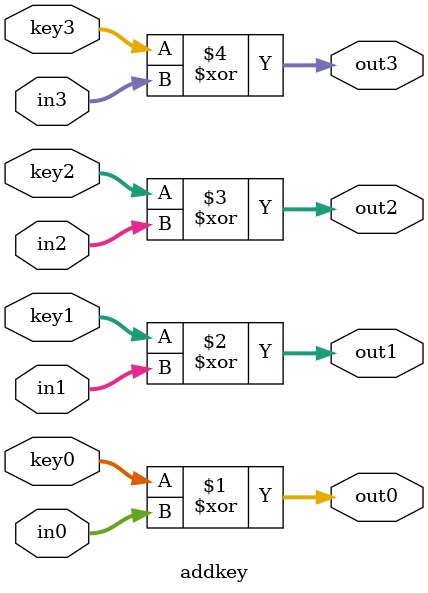
<source format=v>
module addkey(in0, in1, in2, in3, out0, out1, out2, out3, key0, key1, key2, key3);
  input [31:0] key0;
  input [31:0] key1;
  input [31:0] key2;
  input [31:0] key3;
  input [31:0] in0;
  input [31:0] in1;
  input [31:0] in2;
  input [31:0] in3;
  output [31:0] out0;
  output [31:0] out1;
  output [31:0] out2;
  output [31:0] out3;
        //parameter size = 4;

	    assign out0 = key0^in0;
	    assign out1 = key1^in1;
	    assign out2 = key2^in2;
	    assign out3 = key3^in3;
	    



endmodule

</source>
